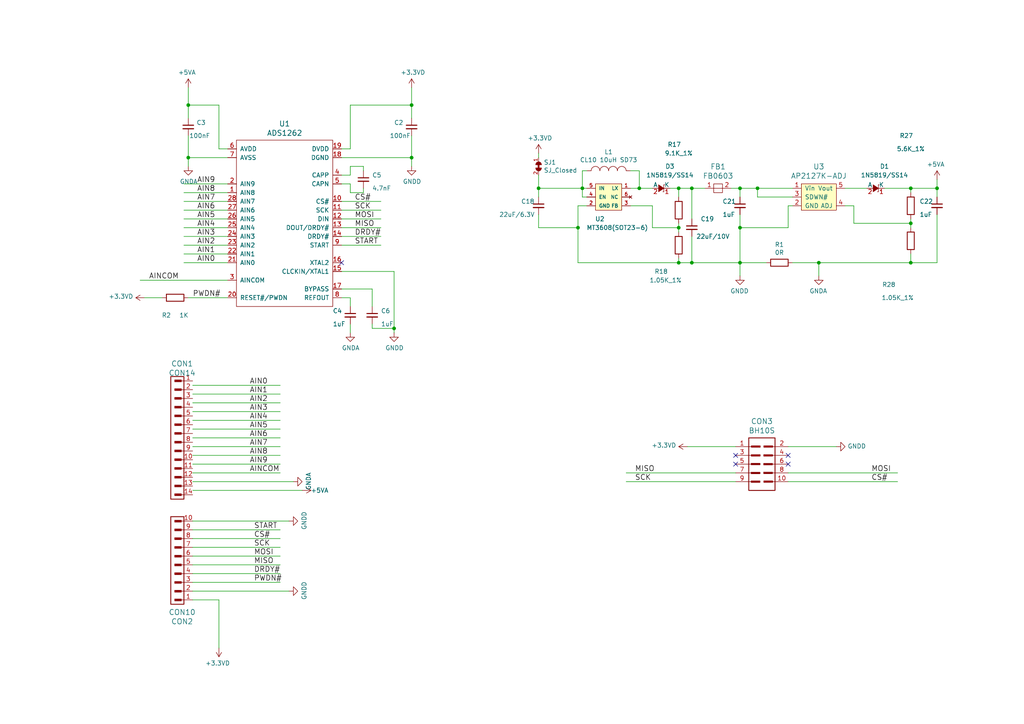
<source format=kicad_sch>
(kicad_sch (version 20230121) (generator eeschema)
  (paper "A4")
  (lib_symbols
    (symbol "BB-ADS1262-Rev.A:+3.3VD" (power) (pin_names (offset 0))
      (property "Value" "+3.3VD" (at 0 3.556 0))
      (symbol "+3.3VD_0_1"
        (polyline (pts (xy -0.762 1.27) (xy 0 2.54)))
        (polyline (pts (xy 0 0) (xy 0 2.54)))
        (polyline (pts (xy 0 2.54) (xy 0.762 1.27)))
      )
      (symbol "+3.3VD_1_1"
        (pin power_in line (at 0 0 90) (length 0) hide (name "+3.3VD") (number "1"))
      )
    )
    (symbol "BB-ADS1262-Rev.A:+5VA" (power) (pin_names (offset 0))
      (property "Value" "+5VA" (at 0 3.556 0))
      (symbol "+5VA_0_1"
        (polyline (pts (xy -0.762 1.27) (xy 0 2.54)))
        (polyline (pts (xy 0 0) (xy 0 2.54)))
        (polyline (pts (xy 0 2.54) (xy 0.762 1.27)))
      )
      (symbol "+5VA_1_1"
        (pin power_in line (at 0 0 90) (length 0) hide (name "+5VA") (number "1"))
      )
    )
    (symbol "BB-ADS1262-Rev.A:ADS1262" (pin_names (offset 1.016))
      (property "Reference" "U" (at -1.27 25.4 0))
      (property "Value" "ADS1262" (at 0 -26.67 0))
      (symbol "ADS1262_0_1"
        (rectangle (start -13.97 24.13) (end 13.97 -24.13))
      )
      (symbol "ADS1262_1_1"
        (pin bidirectional line (at -16.51 8.89 0) (length 2.54) (name "AIN8") (number "1"))
        (pin input line (at 16.51 6.35 180) (length 2.54) (name "CS#") (number "10"))
        (pin input line (at 16.51 3.81 180) (length 2.54) (name "SCK") (number "11"))
        (pin input line (at 16.51 1.27 180) (length 2.54) (name "DIN") (number "12"))
        (pin output line (at 16.51 -1.27 180) (length 2.54) (name "DOUT/DRDY#") (number "13"))
        (pin output line (at 16.51 -3.81 180) (length 2.54) (name "DRDY#") (number "14"))
        (pin input line (at 16.51 -13.97 180) (length 2.54) (name "CLCKIN/XTAL1") (number "15"))
        (pin output line (at 16.51 -11.43 180) (length 2.54) (name "XTAL2") (number "16"))
        (pin bidirectional line (at 16.51 -19.05 180) (length 2.54) (name "BYPASS") (number "17"))
        (pin power_in line (at 16.51 19.05 180) (length 2.54) (name "DGND") (number "18"))
        (pin power_in line (at 16.51 21.59 180) (length 2.54) (name "DVDD") (number "19"))
        (pin bidirectional line (at -16.51 11.43 0) (length 2.54) (name "AIN9") (number "2"))
        (pin input line (at -16.51 -21.59 0) (length 2.54) (name "RESET#/PWDN") (number "20"))
        (pin bidirectional line (at -16.51 -11.43 0) (length 2.54) (name "AIN0") (number "21"))
        (pin bidirectional line (at -16.51 -8.89 0) (length 2.54) (name "AIN1") (number "22"))
        (pin bidirectional line (at -16.51 -6.35 0) (length 2.54) (name "AIN2") (number "23"))
        (pin bidirectional line (at -16.51 -3.81 0) (length 2.54) (name "AIN3") (number "24"))
        (pin bidirectional line (at -16.51 -1.27 0) (length 2.54) (name "AIN4") (number "25"))
        (pin bidirectional line (at -16.51 1.27 0) (length 2.54) (name "AIN5") (number "26"))
        (pin bidirectional line (at -16.51 3.81 0) (length 2.54) (name "AIN6") (number "27"))
        (pin bidirectional line (at -16.51 6.35 0) (length 2.54) (name "AIN7") (number "28"))
        (pin bidirectional line (at -16.51 -16.51 0) (length 2.54) (name "AINCOM") (number "3"))
        (pin bidirectional line (at 16.51 13.97 180) (length 2.54) (name "CAPP") (number "4"))
        (pin bidirectional line (at 16.51 11.43 180) (length 2.54) (name "CAPN") (number "5"))
        (pin power_in line (at -16.51 21.59 0) (length 2.54) (name "AVDD") (number "6"))
        (pin power_in line (at -16.51 19.05 0) (length 2.54) (name "AVSS") (number "7"))
        (pin power_out line (at 16.51 -21.59 180) (length 2.54) (name "REFOUT") (number "8"))
        (pin input line (at 16.51 -6.35 180) (length 2.54) (name "START") (number "9"))
      )
    )
    (symbol "BB-ADS1262-Rev.A:AP2127K-ADJ" (pin_names (offset 1.016))
      (property "Reference" "U" (at -1.27 3.81 0))
      (property "Value" "AP2127K-ADJ" (at 0 -6.35 0))
      (symbol "AP2127K-ADJ_0_1"
        (rectangle (start -5.08 2.54) (end 5.08 -5.08) (fill (type background)))
      )
      (symbol "AP2127K-ADJ_1_1"
        (pin power_in line (at -7.62 1.27 0) (length 2.54) (name "Vin") (number "1"))
        (pin power_in line (at -7.62 -3.81 0) (length 2.54) (name "GND") (number "2"))
        (pin input line (at -7.62 -1.27 0) (length 2.54) (name "SDWN#") (number "3"))
        (pin input line (at 7.62 -3.81 180) (length 2.54) (name "ADJ") (number "4"))
        (pin power_out line (at 7.62 1.27 180) (length 2.54) (name "Vout") (number "5"))
      )
    )
    (symbol "BB-ADS1262-Rev.A:BH10S" (pin_names (offset 1.016) hide)
      (property "Reference" "CON" (at 0.0508 8.9154 0))
      (property "Value" "BH10S" (at 0.3048 -9.4234 0))
      (symbol "BH10S_0_0"
        (rectangle (start -3.1242 -4.8514) (end -0.5588 -5.3086))
        (rectangle (start -3.1242 -2.3368) (end -0.5588 -2.794))
        (rectangle (start -3.0988 0.254) (end -0.5334 -0.2032))
        (rectangle (start -3.0734 2.7686) (end -0.508 2.3114))
        (rectangle (start -3.048 5.334) (end -0.4826 4.8768))
        (polyline (pts (xy -3.0226 -5.0038) (xy -0.5842 -5.0038) (xy -0.5842 -5.2324) (xy -2.9972 -5.2578) (xy -3.0226 -5.08) (xy -0.7112 -5.08) (xy -0.7112 -5.1562) (xy -2.9972 -5.1054)))
        (polyline (pts (xy -3.0226 0.1016) (xy -0.5842 0.1016) (xy -0.5842 -0.127) (xy -2.9972 -0.1524) (xy -3.0226 0.0254) (xy -0.7112 0.0254) (xy -0.7112 -0.0508) (xy -2.9972 0)))
        (polyline (pts (xy -2.9972 -2.4638) (xy -0.5588 -2.4638) (xy -0.5588 -2.6924) (xy -2.9718 -2.7178) (xy -2.9972 -2.54) (xy -0.6858 -2.54) (xy -0.6858 -2.6162) (xy -2.9718 -2.5654)))
        (polyline (pts (xy -2.9718 2.667) (xy -0.5334 2.667) (xy -0.5334 2.4384) (xy -2.9464 2.413) (xy -2.9718 2.5908) (xy -0.6604 2.5908) (xy -0.6604 2.5146) (xy -2.9464 2.5654)))
        (polyline (pts (xy -2.9464 5.2324) (xy -0.508 5.2324) (xy -0.508 5.0038) (xy -2.921 4.9784) (xy -2.9464 5.1562) (xy -0.635 5.1562) (xy -0.635 5.08) (xy -2.921 5.1308)))
        (polyline (pts (xy 0.5588 0.1016) (xy 2.9972 0.1016) (xy 2.9972 -0.127) (xy 0.5842 -0.1524) (xy 0.5588 0.0254) (xy 2.8702 0.0254) (xy 2.8702 -0.0508) (xy 0.5842 0)))
        (polyline (pts (xy 0.5842 -2.4384) (xy 3.0226 -2.4384) (xy 3.0226 -2.667) (xy 0.6096 -2.6924) (xy 0.5842 -2.5146) (xy 2.8956 -2.5146) (xy 2.8956 -2.5908) (xy 0.6096 -2.54)))
        (polyline (pts (xy 0.5842 2.667) (xy 3.0226 2.667) (xy 3.0226 2.4384) (xy 0.6096 2.413) (xy 0.5842 2.5908) (xy 2.8956 2.5908) (xy 2.8956 2.5146) (xy 0.6096 2.5654)))
        (polyline (pts (xy 0.635 -4.953) (xy 3.0734 -4.953) (xy 3.0734 -5.1816) (xy 0.6604 -5.207) (xy 0.635 -5.0292) (xy 2.9464 -5.0292) (xy 2.9464 -5.1054) (xy 0.6604 -5.0546)))
        (polyline (pts (xy 0.6858 5.2324) (xy 3.1242 5.2324) (xy 3.1242 5.0038) (xy 0.7112 4.9784) (xy 0.6858 5.1562) (xy 2.9972 5.1562) (xy 2.9972 5.08) (xy 0.7112 5.1308)))
        (rectangle (start 0.508 -2.3114) (end 3.0734 -2.7686))
        (rectangle (start 0.508 0.2286) (end 3.0734 -0.2286))
        (rectangle (start 0.5334 2.7686) (end 3.0988 2.3114))
        (rectangle (start 0.5588 -4.8514) (end 3.1242 -5.3086))
        (rectangle (start 0.5588 5.334) (end 3.1242 4.8768))
      )
      (symbol "BH10S_0_1"
        (rectangle (start -3.81 7.62) (end 3.81 -7.62) (stroke (width 0.254)))
        (polyline (pts (xy -3.81 -5.08) (xy -3.048 -5.08)))
        (polyline (pts (xy -3.81 -2.54) (xy -3.048 -2.54)))
        (polyline (pts (xy -3.81 0) (xy -3.048 0)))
        (polyline (pts (xy -3.81 2.54) (xy -3.048 2.54)))
        (polyline (pts (xy -3.81 5.08) (xy -3.048 5.08)))
        (polyline (pts (xy 3.81 -5.08) (xy 3.048 -5.08)))
        (polyline (pts (xy 3.81 -2.54) (xy 3.048 -2.54)))
        (polyline (pts (xy 3.81 0) (xy 3.048 0)))
        (polyline (pts (xy 3.81 2.54) (xy 3.048 2.54)))
        (polyline (pts (xy 3.81 5.08) (xy 3.048 5.08)))
      )
      (symbol "BH10S_1_1"
        (pin passive line (at -7.62 5.08 0) (length 3.7084) (name "1") (number "1"))
        (pin passive line (at 7.62 -5.08 180) (length 3.7084) (name "10") (number "10"))
        (pin passive line (at 7.62 5.08 180) (length 3.7084) (name "2") (number "2"))
        (pin passive line (at -7.62 2.54 0) (length 3.7084) (name "3") (number "3"))
        (pin passive line (at 7.62 2.54 180) (length 3.7084) (name "4") (number "4"))
        (pin passive line (at -7.62 0 0) (length 3.7084) (name "5") (number "5"))
        (pin passive line (at 7.62 0 180) (length 3.7084) (name "6") (number "6"))
        (pin passive line (at -7.62 -2.54 0) (length 3.7084) (name "7") (number "7"))
        (pin passive line (at 7.62 -2.54 180) (length 3.7084) (name "8") (number "8"))
        (pin passive line (at -7.62 -5.08 0) (length 3.7084) (name "9") (number "9"))
      )
    )
    (symbol "BB-ADS1262-Rev.A:C" (pin_numbers hide) (pin_names (offset 0.254) hide)
      (property "Reference" "C" (at 0.254 1.778 0))
      (property "Value" "C" (at 0.254 -2.032 0))
      (symbol "C_0_1"
        (polyline (pts (xy -1.524 -0.508) (xy 1.524 -0.508)) (stroke (width 0.3302)))
        (polyline (pts (xy -1.524 0.508) (xy 1.524 0.508)) (stroke (width 0.3048)))
      )
      (symbol "C_1_1"
        (pin passive line (at 0 2.54 270) (length 1.905) (name "~") (number "1"))
        (pin passive line (at 0 -2.54 90) (length 2.032) (name "~") (number "2"))
      )
    )
    (symbol "BB-ADS1262-Rev.A:CON10" (pin_names (offset 1.016))
      (property "Reference" "CON" (at -1.27 12.7 0))
      (property "Value" "CON10" (at -1.27 -15.24 0))
      (symbol "CON10_0_0"
        (rectangle (start -2.6416 -12.8524) (end -0.8636 -12.4968))
        (rectangle (start -2.6416 -7.7724) (end -0.8636 -7.4168))
        (rectangle (start -2.6416 -5.2324) (end -0.8636 -4.8768))
        (rectangle (start -2.6416 -2.6924) (end -0.8636 -2.3368))
        (rectangle (start -2.6416 -0.1524) (end -0.8636 0.2032))
        (rectangle (start -2.6416 2.3876) (end -0.8636 2.7432))
        (rectangle (start -2.6416 4.9276) (end -0.8636 5.2832))
        (rectangle (start -2.6416 7.4676) (end -0.8636 7.8232))
        (rectangle (start -2.6162 -12.7508) (end -0.9652 -12.6492))
        (rectangle (start -2.6162 -10.3124) (end -0.8382 -9.9568))
        (rectangle (start -2.6162 -7.6708) (end -0.9652 -7.5692))
        (rectangle (start -2.6162 -5.1308) (end -0.9652 -5.0292))
        (rectangle (start -2.6162 -2.5908) (end -0.9652 -2.4892))
        (rectangle (start -2.6162 -0.0508) (end -0.9652 0.0508))
        (rectangle (start -2.6162 2.4892) (end -0.9652 2.5908))
        (rectangle (start -2.6162 5.0292) (end -0.9652 5.1308))
        (rectangle (start -2.6162 7.5692) (end -0.9652 7.6708))
        (rectangle (start -2.6162 10.0076) (end -0.8382 10.3632))
        (rectangle (start -2.5908 -10.1854) (end -0.9398 -10.0838))
        (rectangle (start -2.5908 10.1346) (end -0.9398 10.2362))
        (rectangle (start -0.9652 -12.573) (end -2.6416 -12.7762))
        (rectangle (start -0.9652 -7.493) (end -2.6416 -7.6962))
        (rectangle (start -0.9652 -4.953) (end -2.6416 -5.1562))
        (rectangle (start -0.9652 -2.413) (end -2.6416 -2.6162))
        (rectangle (start -0.9652 0.127) (end -2.6416 -0.0762))
        (rectangle (start -0.9652 2.667) (end -2.6416 2.4638))
        (rectangle (start -0.9652 5.207) (end -2.6416 5.0038))
        (rectangle (start -0.9652 7.747) (end -2.6416 7.5438))
        (rectangle (start -0.8636 -10.0584) (end -2.54 -10.2616))
        (rectangle (start -0.8636 10.2616) (end -2.54 10.0584))
        (rectangle (start -0.7366 -12.3952) (end -2.667 -12.954))
        (rectangle (start -0.7366 -9.8552) (end -2.667 -10.414))
        (rectangle (start -0.7366 -7.3152) (end -2.667 -7.874))
        (rectangle (start -0.7366 -4.7752) (end -2.667 -5.334))
        (rectangle (start -0.7366 -2.2352) (end -2.667 -2.794))
        (rectangle (start -0.7366 0.3048) (end -2.667 -0.254))
        (rectangle (start -0.7366 2.8448) (end -2.667 2.286))
        (rectangle (start -0.7366 5.3848) (end -2.667 4.826))
        (rectangle (start -0.7366 7.9248) (end -2.667 7.366))
        (rectangle (start -0.7366 10.4648) (end -2.667 9.906))
        (polyline (pts (xy 0 -12.7) (xy -0.762 -12.7)))
        (polyline (pts (xy 0 -10.16) (xy -0.762 -10.16)))
        (polyline (pts (xy 0 -7.62) (xy -0.762 -7.62)))
        (polyline (pts (xy 0 -5.08) (xy -0.762 -5.08)))
        (polyline (pts (xy 0 -2.54) (xy -0.762 -2.54)))
        (polyline (pts (xy 0 0) (xy -0.762 0)))
        (polyline (pts (xy 0 2.54) (xy -0.762 2.54)))
        (polyline (pts (xy 0 5.08) (xy -0.762 5.08)))
        (polyline (pts (xy 0 7.62) (xy -0.762 7.62)))
        (polyline (pts (xy 0 10.16) (xy -0.762 10.16)))
      )
      (symbol "CON10_0_1"
        (rectangle (start 0 11.43) (end -3.81 -13.97) (stroke (width 0.254)))
      )
      (symbol "CON10_1_1"
        (pin passive line (at 2.54 10.16 180) (length 2.54) (name "~") (number "1"))
        (pin passive line (at 2.54 -12.7 180) (length 2.54) (name "~") (number "10"))
        (pin passive line (at 2.54 7.62 180) (length 2.54) (name "~") (number "2"))
        (pin passive line (at 2.54 5.08 180) (length 2.54) (name "~") (number "3"))
        (pin passive line (at 2.54 2.54 180) (length 2.54) (name "~") (number "4"))
        (pin passive line (at 2.54 0 180) (length 2.54) (name "~") (number "5"))
        (pin passive line (at 2.54 -2.54 180) (length 2.54) (name "~") (number "6"))
        (pin passive line (at 2.54 -5.08 180) (length 2.54) (name "~") (number "7"))
        (pin passive line (at 2.54 -7.62 180) (length 2.54) (name "~") (number "8"))
        (pin passive line (at 2.54 -10.16 180) (length 2.54) (name "~") (number "9"))
      )
    )
    (symbol "BB-ADS1262-Rev.A:CON14" (pin_names (offset 1.016))
      (property "Reference" "CON" (at -1.27 19.05 0))
      (property "Value" "CON14" (at 0 -19.304 0))
      (symbol "CON14_0_0"
        (rectangle (start -2.6416 -16.6624) (end -0.8636 -16.3068))
        (rectangle (start -2.6416 -14.1224) (end -0.8636 -13.7668))
        (rectangle (start -2.6416 -11.5824) (end -0.8636 -11.2268))
        (rectangle (start -2.6416 -9.0424) (end -0.8636 -8.6868))
        (rectangle (start -2.6416 -6.5024) (end -0.8636 -6.1468))
        (rectangle (start -2.6416 -1.4224) (end -0.8636 -1.0668))
        (rectangle (start -2.6416 1.1176) (end -0.8636 1.4732))
        (rectangle (start -2.6416 3.6576) (end -0.8636 4.0132))
        (rectangle (start -2.6416 6.1976) (end -0.8636 6.5532))
        (rectangle (start -2.6416 8.7376) (end -0.8636 9.0932))
        (rectangle (start -2.6416 11.2776) (end -0.8636 11.6332))
        (rectangle (start -2.6416 13.8176) (end -0.8636 14.1732))
        (rectangle (start -2.6162 -16.5608) (end -0.9652 -16.4592))
        (rectangle (start -2.6162 -14.0208) (end -0.9652 -13.9192))
        (rectangle (start -2.6162 -11.4808) (end -0.9652 -11.3792))
        (rectangle (start -2.6162 -8.9408) (end -0.9652 -8.8392))
        (rectangle (start -2.6162 -6.4008) (end -0.9652 -6.2992))
        (rectangle (start -2.6162 -3.9624) (end -0.8382 -3.6068))
        (rectangle (start -2.6162 -1.3208) (end -0.9652 -1.2192))
        (rectangle (start -2.6162 1.2192) (end -0.9652 1.3208))
        (rectangle (start -2.6162 3.7592) (end -0.9652 3.8608))
        (rectangle (start -2.6162 6.2992) (end -0.9652 6.4008))
        (rectangle (start -2.6162 8.8392) (end -0.9652 8.9408))
        (rectangle (start -2.6162 11.3792) (end -0.9652 11.4808))
        (rectangle (start -2.6162 13.9192) (end -0.9652 14.0208))
        (rectangle (start -2.6162 16.3576) (end -0.8382 16.7132))
        (rectangle (start -2.5908 -3.8354) (end -0.9398 -3.7338))
        (rectangle (start -2.5908 16.4846) (end -0.9398 16.5862))
        (rectangle (start -0.9652 -16.383) (end -2.6416 -16.5862))
        (rectangle (start -0.9652 -13.843) (end -2.6416 -14.0462))
        (rectangle (start -0.9652 -11.303) (end -2.6416 -11.5062))
        (rectangle (start -0.9652 -8.763) (end -2.6416 -8.9662))
        (rectangle (start -0.9652 -6.223) (end -2.6416 -6.4262))
        (rectangle (start -0.9652 -1.143) (end -2.6416 -1.3462))
        (rectangle (start -0.9652 1.397) (end -2.6416 1.1938))
        (rectangle (start -0.9652 3.937) (end -2.6416 3.7338))
        (rectangle (start -0.9652 6.477) (end -2.6416 6.2738))
        (rectangle (start -0.9652 9.017) (end -2.6416 8.8138))
        (rectangle (start -0.9652 11.557) (end -2.6416 11.3538))
        (rectangle (start -0.9652 14.097) (end -2.6416 13.8938))
        (rectangle (start -0.8636 -3.7084) (end -2.54 -3.9116))
        (rectangle (start -0.8636 16.6116) (end -2.54 16.4084))
        (rectangle (start -0.7366 -16.2052) (end -2.667 -16.764))
        (rectangle (start -0.7366 -13.6652) (end -2.667 -14.224))
        (rectangle (start -0.7366 -11.1252) (end -2.667 -11.684))
        (rectangle (start -0.7366 -8.5852) (end -2.667 -9.144))
        (rectangle (start -0.7366 -6.0452) (end -2.667 -6.604))
        (rectangle (start -0.7366 -3.5052) (end -2.667 -4.064))
        (rectangle (start -0.7366 -0.9652) (end -2.667 -1.524))
        (rectangle (start -0.7366 1.5748) (end -2.667 1.016))
        (rectangle (start -0.7366 4.1148) (end -2.667 3.556))
        (rectangle (start -0.7366 6.6548) (end -2.667 6.096))
        (rectangle (start -0.7366 9.1948) (end -2.667 8.636))
        (rectangle (start -0.7366 11.7348) (end -2.667 11.176))
        (rectangle (start -0.7366 14.2748) (end -2.667 13.716))
        (rectangle (start -0.7366 16.8148) (end -2.667 16.256))
        (polyline (pts (xy 0 -16.51) (xy -0.762 -16.51)))
        (polyline (pts (xy 0 -13.97) (xy -0.762 -13.97)))
        (polyline (pts (xy 0 -11.43) (xy -0.762 -11.43)))
        (polyline (pts (xy 0 -8.89) (xy -0.762 -8.89)))
        (polyline (pts (xy 0 -6.35) (xy -0.762 -6.35)))
        (polyline (pts (xy 0 -3.81) (xy -0.762 -3.81)))
        (polyline (pts (xy 0 -1.27) (xy -0.762 -1.27)))
        (polyline (pts (xy 0 1.27) (xy -0.762 1.27)))
        (polyline (pts (xy 0 3.81) (xy -0.762 3.81)))
        (polyline (pts (xy 0 6.35) (xy -0.762 6.35)))
        (polyline (pts (xy 0 8.89) (xy -0.762 8.89)))
        (polyline (pts (xy 0 11.43) (xy -0.762 11.43)))
        (polyline (pts (xy 0 13.97) (xy -0.762 13.97)))
        (polyline (pts (xy 0 16.51) (xy -0.762 16.51)))
      )
      (symbol "CON14_0_1"
        (rectangle (start 0 17.78) (end -3.81 -17.78) (stroke (width 0.254)))
      )
      (symbol "CON14_1_1"
        (pin passive line (at 2.54 16.51 180) (length 2.54) (name "~") (number "1"))
        (pin passive line (at 2.54 -6.35 180) (length 2.54) (name "~") (number "10"))
        (pin passive line (at 2.54 -8.89 180) (length 2.54) (name "~") (number "11"))
        (pin passive line (at 2.54 -11.43 180) (length 2.54) (name "~") (number "12"))
        (pin passive line (at 2.54 -13.97 180) (length 2.54) (name "~") (number "13"))
        (pin passive line (at 2.54 -16.51 180) (length 2.54) (name "~") (number "14"))
        (pin passive line (at 2.54 13.97 180) (length 2.54) (name "~") (number "2"))
        (pin passive line (at 2.54 11.43 180) (length 2.54) (name "~") (number "3"))
        (pin passive line (at 2.54 8.89 180) (length 2.54) (name "~") (number "4"))
        (pin passive line (at 2.54 6.35 180) (length 2.54) (name "~") (number "5"))
        (pin passive line (at 2.54 3.81 180) (length 2.54) (name "~") (number "6"))
        (pin passive line (at 2.54 1.27 180) (length 2.54) (name "~") (number "7"))
        (pin passive line (at 2.54 -1.27 180) (length 2.54) (name "~") (number "8"))
        (pin passive line (at 2.54 -3.81 180) (length 2.54) (name "~") (number "9"))
      )
    )
    (symbol "BB-ADS1262-Rev.A:D_Schottky_Small" (pin_names (offset 0))
      (property "Reference" "D" (at -1.27 3.175 0))
      (property "Value" "D_Schottky_Small" (at -7.62 -3.175 0))
      (symbol "D_Schottky_Small_0_1"
        (polyline (pts (xy -0.762 -1.016) (xy -1.016 -1.016)))
        (polyline (pts (xy -0.762 -1.016) (xy -0.762 1.016)))
        (polyline (pts (xy -0.762 1.016) (xy -0.762 1.016)))
        (polyline (pts (xy -0.762 1.016) (xy -0.508 1.016)))
        (polyline (pts (xy 0.762 -1.016) (xy -0.762 0) (xy 0.762 1.016) (xy 0.762 -1.016)) (fill (type outline)))
      )
      (symbol "D_Schottky_Small_1_1"
        (pin passive line (at -2.54 0 0) (length 1.778) (name "K") (number "1"))
        (pin passive line (at 2.54 0 180) (length 1.778) (name "A") (number "2"))
      )
    )
    (symbol "BB-ADS1262-Rev.A:FB0805" (pin_names (offset 1.016))
      (property "Reference" "FB" (at 0 2.54 0))
      (property "Value" "FB0805" (at 0 -2.54 0))
      (symbol "FB0805_0_1"
        (rectangle (start -1.27 1.27) (end 1.27 -1.27))
        (polyline (pts (xy -1.27 0) (xy 1.27 0)))
      )
      (symbol "FB0805_1_1"
        (pin power_in line (at -3.81 0 0) (length 2.54) (name "~") (number "1"))
        (pin power_out line (at 3.81 0 180) (length 2.54) (name "~") (number "2"))
      )
    )
    (symbol "BB-ADS1262-Rev.A:GNDA" (power) (pin_names (offset 0))
      (property "Value" "GNDA" (at 0 -3.81 0))
      (symbol "GNDA_0_1"
        (polyline (pts (xy 0 0) (xy 0 -1.27) (xy 1.27 -1.27) (xy 0 -2.54) (xy -1.27 -1.27) (xy 0 -1.27)))
      )
      (symbol "GNDA_1_1"
        (pin power_in line (at 0 0 270) (length 0) hide (name "GNDA") (number "1"))
      )
    )
    (symbol "BB-ADS1262-Rev.A:GNDD" (power) (pin_names (offset 0))
      (property "Value" "GNDD" (at 0 -3.81 0))
      (symbol "GNDD_0_1"
        (polyline (pts (xy 0 0) (xy 0 -1.27) (xy 1.27 -1.27) (xy 0 -2.54) (xy -1.27 -1.27) (xy 0 -1.27)))
      )
      (symbol "GNDD_1_1"
        (pin power_in line (at 0 0 270) (length 0) hide (name "GNDD") (number "1"))
      )
    )
    (symbol "BB-ADS1262-Rev.A:INDUCTOR_SMALL" (pin_numbers hide) (pin_names (offset 0) hide)
      (property "Reference" "L" (at 0 2.54 0))
      (property "Value" "INDUCTOR_SMALL" (at 0 -1.27 0))
      (symbol "INDUCTOR_SMALL_0_1"
        (arc (start -2.54 0) (mid -3.81 1.2645) (end -5.08 0))
        (arc (start 0 0) (mid -1.27 1.2645) (end -2.54 0))
        (arc (start 2.54 0) (mid 1.27 1.2645) (end 0 0))
        (arc (start 5.08 0) (mid 3.81 1.2645) (end 2.54 0))
      )
      (symbol "INDUCTOR_SMALL_1_1"
        (pin input line (at -6.35 0 0) (length 1.27) (name "1") (number "1"))
        (pin input line (at 6.35 0 180) (length 1.27) (name "2") (number "2"))
      )
    )
    (symbol "BB-ADS1262-Rev.A:MT3608(SOT23-6)" (pin_names (offset 1.016))
      (property "Reference" "U" (at -1.905 4.445 0))
      (property "Value" "MT3608(SOT23-6)" (at -6.985 -5.715 0))
      (symbol "MT3608(SOT23-6)_1_0"
        (rectangle (start -2.54 3.81) (end 5.08 -3.81) (fill (type background)))
      )
      (symbol "MT3608(SOT23-6)_1_1"
        (pin output line (at 7.62 2.54 180) (length 2.4892) (name "LX") (number "1"))
        (pin power_in line (at -5.08 -2.54 0) (length 2.4892) (name "GND") (number "2"))
        (pin input line (at 7.62 -2.54 180) (length 2.4892) (name "FB") (number "3"))
        (pin input line (at -5.08 0 0) (length 2.4892) (name "EN") (number "4"))
        (pin input line (at -5.08 2.54 0) (length 2.4892) (name "IN") (number "5"))
        (pin no_connect line (at 7.62 0 180) (length 2.4892) (name "NC") (number "6"))
      )
    )
    (symbol "BB-ADS1262-Rev.A:R" (pin_numbers hide) (pin_names (offset 0))
      (property "Reference" "R" (at 0 2.032 0))
      (property "Value" "R" (at 0 0 0))
      (symbol "R_0_1"
        (rectangle (start 2.54 -1.016) (end -2.54 1.016) (stroke (width 0.254)))
      )
      (symbol "R_1_1"
        (pin passive line (at -3.81 0 0) (length 1.27) (name "~") (number "1"))
        (pin passive line (at 3.81 0 180) (length 1.27) (name "~") (number "2"))
      )
    )
    (symbol "BB-ADS1262-Rev.A:SJ_Closed" (pin_names (offset 1.016) hide)
      (property "Reference" "SJ" (at -1.27 1.905 0))
      (property "Value" "SJ_Closed" (at -5.08 -2.54 0))
      (symbol "SJ_Closed_0_1"
        (arc (start -0.508 0.762) (mid -1.2667 0) (end -0.508 -0.762) (stroke (width 0.254)))
        (polyline (pts (xy -1.143 0.381) (xy -1.143 -0.254)) (stroke (width 0.254)))
        (polyline (pts (xy -1.016 0.508) (xy -1.016 -0.508)) (stroke (width 0.254)))
        (polyline (pts (xy -0.889 0.508) (xy -0.889 -0.508)) (stroke (width 0.254)))
        (polyline (pts (xy -0.762 0.635) (xy -0.762 -0.635)) (stroke (width 0.254)))
        (polyline (pts (xy -0.635 0) (xy 0.635 0)) (stroke (width 0.508)))
        (polyline (pts (xy -0.635 0.762) (xy -0.635 -0.635)) (stroke (width 0.254)))
        (polyline (pts (xy -0.508 0.762) (xy -0.508 -0.762)) (stroke (width 0.254)))
        (polyline (pts (xy 0.508 0.762) (xy 0.508 -0.762)) (stroke (width 0.254)))
        (polyline (pts (xy 0.635 0.762) (xy 0.635 -0.635)) (stroke (width 0.254)))
        (polyline (pts (xy 0.762 0.635) (xy 0.762 -0.635)) (stroke (width 0.254)))
        (polyline (pts (xy 0.889 0.508) (xy 0.889 -0.508)) (stroke (width 0.254)))
        (polyline (pts (xy 1.016 0.508) (xy 1.016 -0.381)) (stroke (width 0.254)))
        (polyline (pts (xy 1.143 0.381) (xy 1.143 -0.381)) (stroke (width 0.254)))
        (arc (start 0.508 -0.762) (mid 1.0468 -0.5388) (end 1.27 0) (stroke (width 0.254)))
        (arc (start 1.27 0) (mid 1.0468 0.5388) (end 0.508 0.762) (stroke (width 0.254)))
      )
      (symbol "SJ_Closed_1_1"
        (pin passive line (at -2.54 0 0) (length 1.27) (name "1") (number "1"))
        (pin passive line (at 2.54 0 180) (length 1.27) (name "2") (number "2"))
      )
    )
  )
  (junction (at 264.16 76.2))
  (junction (at 119.38 30.48))
  (junction (at 200.66 54.61))
  (junction (at 214.63 54.61))
  (junction (at 196.85 54.61))
  (junction (at 237.49 76.2))
  (junction (at 167.64 66.04))
  (junction (at 54.61 30.48))
  (junction (at 214.63 76.2))
  (junction (at 264.16 64.77))
  (junction (at 214.63 66.04))
  (junction (at 168.91 54.61))
  (junction (at 196.85 66.04))
  (junction (at 271.78 54.61))
  (junction (at 196.85 76.2))
  (junction (at 219.71 54.61))
  (junction (at 119.38 45.72))
  (junction (at 200.66 76.2))
  (junction (at 264.16 54.61))
  (junction (at 54.61 45.72))
  (junction (at 185.42 54.61))
  (junction (at 114.3 95.25))
  (junction (at 156.21 54.61))
  (no_connect (at 228.6 134.62))
  (no_connect (at 213.36 134.62))
  (no_connect (at 228.6 132.08))
  (no_connect (at 213.36 132.08))
  (no_connect (at 99.06 76.2))
  (wire (pts (xy 189.23 59.69) (xy 182.88 59.69)))
  (wire (pts (xy 55.88 134.62) (xy 81.28 134.62)))
  (wire (pts (xy 99.06 66.04) (xy 110.49 66.04)))
  (wire (pts (xy 156.21 45.72) (xy 156.21 44.45)))
  (wire (pts (xy 40.64 81.28) (xy 66.04 81.28)))
  (wire (pts (xy 54.61 86.36) (xy 66.04 86.36)))
  (wire (pts (xy 55.88 163.83) (xy 81.28 163.83)))
  (wire (pts (xy 264.16 76.2) (xy 271.78 76.2)))
  (wire (pts (xy 156.21 50.8) (xy 156.21 54.61)))
  (wire (pts (xy 214.63 76.2) (xy 214.63 80.01)))
  (wire (pts (xy 99.06 83.82) (xy 107.95 83.82)))
  (wire (pts (xy 55.88 124.46) (xy 81.28 124.46)))
  (wire (pts (xy 214.63 54.61) (xy 214.63 57.15)))
  (wire (pts (xy 99.06 68.58) (xy 110.49 68.58)))
  (wire (pts (xy 55.88 116.84) (xy 81.28 116.84)))
  (wire (pts (xy 237.49 76.2) (xy 264.16 76.2)))
  (wire (pts (xy 107.95 83.82) (xy 107.95 88.9)))
  (wire (pts (xy 200.66 54.61) (xy 200.66 63.5)))
  (wire (pts (xy 237.49 76.2) (xy 237.49 80.01)))
  (wire (pts (xy 228.6 129.54) (xy 242.57 129.54)))
  (wire (pts (xy 63.5 30.48) (xy 54.61 30.48)))
  (wire (pts (xy 55.88 137.16) (xy 81.28 137.16)))
  (wire (pts (xy 55.88 142.24) (xy 87.63 142.24)))
  (wire (pts (xy 119.38 45.72) (xy 119.38 48.26)))
  (wire (pts (xy 55.88 153.67) (xy 81.28 153.67)))
  (wire (pts (xy 271.78 54.61) (xy 271.78 57.15)))
  (wire (pts (xy 168.91 57.15) (xy 170.18 57.15)))
  (wire (pts (xy 99.06 63.5) (xy 110.49 63.5)))
  (wire (pts (xy 55.88 158.75) (xy 81.28 158.75)))
  (wire (pts (xy 245.11 59.69) (xy 247.65 59.69)))
  (wire (pts (xy 99.06 71.12) (xy 110.49 71.12)))
  (wire (pts (xy 101.6 93.98) (xy 101.6 96.52)))
  (wire (pts (xy 53.34 68.58) (xy 66.04 68.58)))
  (wire (pts (xy 53.34 53.34) (xy 66.04 53.34)))
  (wire (pts (xy 214.63 62.23) (xy 214.63 66.04)))
  (wire (pts (xy 101.6 48.26) (xy 101.6 50.8)))
  (wire (pts (xy 55.88 129.54) (xy 81.28 129.54)))
  (wire (pts (xy 54.61 30.48) (xy 54.61 34.29)))
  (wire (pts (xy 55.88 168.91) (xy 81.28 168.91)))
  (wire (pts (xy 55.88 121.92) (xy 81.28 121.92)))
  (wire (pts (xy 101.6 48.26) (xy 105.41 48.26)))
  (wire (pts (xy 53.34 63.5) (xy 66.04 63.5)))
  (wire (pts (xy 156.21 54.61) (xy 168.91 54.61)))
  (wire (pts (xy 168.91 49.53) (xy 168.91 54.61)))
  (wire (pts (xy 200.66 76.2) (xy 214.63 76.2)))
  (wire (pts (xy 105.41 54.61) (xy 105.41 55.88)))
  (wire (pts (xy 214.63 76.2) (xy 222.25 76.2)))
  (wire (pts (xy 55.88 161.29) (xy 81.28 161.29)))
  (wire (pts (xy 228.6 137.16) (xy 260.35 137.16)))
  (wire (pts (xy 170.18 59.69) (xy 167.64 59.69)))
  (wire (pts (xy 214.63 66.04) (xy 214.63 76.2)))
  (wire (pts (xy 54.61 45.72) (xy 54.61 48.26)))
  (wire (pts (xy 101.6 86.36) (xy 101.6 88.9)))
  (wire (pts (xy 55.88 111.76) (xy 81.28 111.76)))
  (wire (pts (xy 185.42 49.53) (xy 185.42 54.61)))
  (wire (pts (xy 212.09 54.61) (xy 214.63 54.61)))
  (wire (pts (xy 99.06 78.74) (xy 114.3 78.74)))
  (wire (pts (xy 196.85 76.2) (xy 200.66 76.2)))
  (wire (pts (xy 189.23 66.04) (xy 189.23 59.69)))
  (wire (pts (xy 101.6 30.48) (xy 119.38 30.48)))
  (wire (pts (xy 251.46 54.61) (xy 245.11 54.61)))
  (wire (pts (xy 99.06 60.96) (xy 110.49 60.96)))
  (wire (pts (xy 54.61 25.4) (xy 54.61 30.48)))
  (wire (pts (xy 247.65 59.69) (xy 247.65 64.77)))
  (wire (pts (xy 264.16 54.61) (xy 271.78 54.61)))
  (wire (pts (xy 196.85 66.04) (xy 189.23 66.04)))
  (wire (pts (xy 107.95 95.25) (xy 114.3 95.25)))
  (wire (pts (xy 168.91 54.61) (xy 170.18 54.61)))
  (wire (pts (xy 271.78 62.23) (xy 271.78 76.2)))
  (wire (pts (xy 54.61 39.37) (xy 54.61 45.72)))
  (wire (pts (xy 101.6 53.34) (xy 99.06 53.34)))
  (wire (pts (xy 99.06 43.18) (xy 101.6 43.18)))
  (wire (pts (xy 247.65 64.77) (xy 264.16 64.77)))
  (wire (pts (xy 99.06 50.8) (xy 101.6 50.8)))
  (wire (pts (xy 228.6 59.69) (xy 228.6 66.04)))
  (wire (pts (xy 105.41 55.88) (xy 101.6 55.88)))
  (wire (pts (xy 156.21 54.61) (xy 156.21 57.15)))
  (wire (pts (xy 156.21 66.04) (xy 167.64 66.04)))
  (wire (pts (xy 214.63 54.61) (xy 219.71 54.61)))
  (wire (pts (xy 53.34 55.88) (xy 66.04 55.88)))
  (wire (pts (xy 199.39 129.54) (xy 213.36 129.54)))
  (wire (pts (xy 181.61 139.7) (xy 213.36 139.7)))
  (wire (pts (xy 53.34 71.12) (xy 66.04 71.12)))
  (wire (pts (xy 271.78 52.07) (xy 271.78 54.61)))
  (wire (pts (xy 219.71 54.61) (xy 229.87 54.61)))
  (wire (pts (xy 196.85 66.04) (xy 196.85 67.31)))
  (wire (pts (xy 54.61 45.72) (xy 66.04 45.72)))
  (wire (pts (xy 119.38 25.4) (xy 119.38 30.48)))
  (wire (pts (xy 55.88 119.38) (xy 81.28 119.38)))
  (wire (pts (xy 264.16 55.88) (xy 264.16 54.61)))
  (wire (pts (xy 55.88 151.13) (xy 83.82 151.13)))
  (wire (pts (xy 55.88 171.45) (xy 83.82 171.45)))
  (wire (pts (xy 63.5 173.99) (xy 63.5 187.96)))
  (wire (pts (xy 55.88 114.3) (xy 81.28 114.3)))
  (wire (pts (xy 167.64 66.04) (xy 167.64 76.2)))
  (wire (pts (xy 114.3 78.74) (xy 114.3 95.25)))
  (wire (pts (xy 200.66 68.58) (xy 200.66 76.2)))
  (wire (pts (xy 53.34 58.42) (xy 66.04 58.42)))
  (wire (pts (xy 264.16 64.77) (xy 264.16 66.04)))
  (wire (pts (xy 181.61 137.16) (xy 213.36 137.16)))
  (wire (pts (xy 196.85 54.61) (xy 200.66 54.61)))
  (wire (pts (xy 219.71 57.15) (xy 229.87 57.15)))
  (wire (pts (xy 101.6 55.88) (xy 101.6 53.34)))
  (wire (pts (xy 182.88 54.61) (xy 185.42 54.61)))
  (wire (pts (xy 264.16 63.5) (xy 264.16 64.77)))
  (wire (pts (xy 119.38 30.48) (xy 119.38 34.29)))
  (wire (pts (xy 107.95 95.25) (xy 107.95 93.98)))
  (wire (pts (xy 167.64 76.2) (xy 196.85 76.2)))
  (wire (pts (xy 196.85 57.15) (xy 196.85 54.61)))
  (wire (pts (xy 53.34 76.2) (xy 66.04 76.2)))
  (wire (pts (xy 229.87 76.2) (xy 237.49 76.2)))
  (wire (pts (xy 156.21 62.23) (xy 156.21 66.04)))
  (wire (pts (xy 53.34 60.96) (xy 66.04 60.96)))
  (wire (pts (xy 168.91 54.61) (xy 168.91 57.15)))
  (wire (pts (xy 53.34 73.66) (xy 66.04 73.66)))
  (wire (pts (xy 55.88 166.37) (xy 81.28 166.37)))
  (wire (pts (xy 41.91 86.36) (xy 46.99 86.36)))
  (wire (pts (xy 101.6 43.18) (xy 101.6 30.48)))
  (wire (pts (xy 55.88 156.21) (xy 81.28 156.21)))
  (wire (pts (xy 55.88 139.7) (xy 85.09 139.7)))
  (wire (pts (xy 219.71 57.15) (xy 219.71 54.61)))
  (wire (pts (xy 256.54 54.61) (xy 264.16 54.61)))
  (wire (pts (xy 194.31 54.61) (xy 196.85 54.61)))
  (wire (pts (xy 53.34 66.04) (xy 66.04 66.04)))
  (wire (pts (xy 99.06 45.72) (xy 119.38 45.72)))
  (wire (pts (xy 55.88 173.99) (xy 63.5 173.99)))
  (wire (pts (xy 119.38 39.37) (xy 119.38 45.72)))
  (wire (pts (xy 185.42 54.61) (xy 189.23 54.61)))
  (wire (pts (xy 200.66 54.61) (xy 204.47 54.61)))
  (wire (pts (xy 228.6 139.7) (xy 260.35 139.7)))
  (wire (pts (xy 229.87 59.69) (xy 228.6 59.69)))
  (wire (pts (xy 66.04 43.18) (xy 63.5 43.18)))
  (wire (pts (xy 228.6 66.04) (xy 214.63 66.04)))
  (wire (pts (xy 114.3 95.25) (xy 114.3 96.52)))
  (wire (pts (xy 196.85 76.2) (xy 196.85 74.93)))
  (wire (pts (xy 99.06 86.36) (xy 101.6 86.36)))
  (wire (pts (xy 63.5 43.18) (xy 63.5 30.48)))
  (wire (pts (xy 55.88 132.08) (xy 81.28 132.08)))
  (wire (pts (xy 196.85 64.77) (xy 196.85 66.04)))
  (wire (pts (xy 99.06 58.42) (xy 110.49 58.42)))
  (wire (pts (xy 264.16 73.66) (xy 264.16 76.2)))
  (wire (pts (xy 105.41 48.26) (xy 105.41 49.53)))
  (wire (pts (xy 55.88 127) (xy 81.28 127)))
  (wire (pts (xy 182.88 49.53) (xy 185.42 49.53)))
  (wire (pts (xy 167.64 59.69) (xy 167.64 66.04)))
  (wire (pts (xy 170.18 49.53) (xy 168.91 49.53)))
  (label "AIN8" (at 72.39 132.08 0) (effects (font (size 1.524 1.524))))
  (label "SCK" (at 184.15 139.7 0) (effects (font (size 1.524 1.524))))
  (label "PWDN#" (at 73.66 168.91 0) (effects (font (size 1.524 1.524))))
  (label "AIN5" (at 72.39 124.46 0) (effects (font (size 1.524 1.524))))
  (label "START" (at 73.66 153.67 0) (effects (font (size 1.524 1.524))))
  (label "DRDY#" (at 73.66 166.37 0) (effects (font (size 1.524 1.524))))
  (label "AIN3" (at 72.39 119.38 0) (effects (font (size 1.524 1.524))))
  (label "AIN2" (at 57.15 71.12 0) (effects (font (size 1.524 1.524))))
  (label "MOSI" (at 73.66 161.29 0) (effects (font (size 1.524 1.524))))
  (label "AIN6" (at 72.39 127 0) (effects (font (size 1.524 1.524))))
  (label "PWDN#" (at 55.88 86.36 0) (effects (font (size 1.524 1.524))))
  (label "AIN5" (at 57.15 63.5 0) (effects (font (size 1.524 1.524))))
  (label "AIN7" (at 57.15 58.42 0) (effects (font (size 1.524 1.524))))
  (label "START" (at 102.87 71.12 0) (effects (font (size 1.524 1.524))))
  (label "CS#" (at 252.73 139.7 0) (effects (font (size 1.524 1.524))))
  (label "AIN0" (at 72.39 111.76 0) (effects (font (size 1.524 1.524))))
  (label "MISO" (at 73.66 163.83 0) (effects (font (size 1.524 1.524))))
  (label "AIN0" (at 57.15 76.2 0) (effects (font (size 1.524 1.524))))
  (label "SCK" (at 102.87 60.96 0) (effects (font (size 1.524 1.524))))
  (label "AINCOM" (at 72.39 137.16 0) (effects (font (size 1.524 1.524))))
  (label "AIN1" (at 72.39 114.3 0) (effects (font (size 1.524 1.524))))
  (label "AIN9" (at 72.39 134.62 0) (effects (font (size 1.524 1.524))))
  (label "MISO" (at 184.15 137.16 0) (effects (font (size 1.524 1.524))))
  (label "AIN7" (at 72.39 129.54 0) (effects (font (size 1.524 1.524))))
  (label "AIN4" (at 72.39 121.92 0) (effects (font (size 1.524 1.524))))
  (label "SCK" (at 73.66 158.75 0) (effects (font (size 1.524 1.524))))
  (label "MOSI" (at 252.73 137.16 0) (effects (font (size 1.524 1.524))))
  (label "AIN6" (at 57.15 60.96 0) (effects (font (size 1.524 1.524))))
  (label "CS#" (at 73.66 156.21 0) (effects (font (size 1.524 1.524))))
  (label "CS#" (at 102.87 58.42 0) (effects (font (size 1.524 1.524))))
  (label "AIN8" (at 57.15 55.88 0) (effects (font (size 1.524 1.524))))
  (label "MOSI" (at 102.87 63.5 0) (effects (font (size 1.524 1.524))))
  (label "AIN1" (at 57.15 73.66 0) (effects (font (size 1.524 1.524))))
  (label "AIN2" (at 72.39 116.84 0) (effects (font (size 1.524 1.524))))
  (label "AIN9" (at 57.15 53.34 0) (effects (font (size 1.524 1.524))))
  (label "AIN3" (at 57.15 68.58 0) (effects (font (size 1.524 1.524))))
  (label "AIN4" (at 57.15 66.04 0) (effects (font (size 1.524 1.524))))
  (label "AINCOM" (at 43.18 81.28 0) (effects (font (size 1.524 1.524))))
  (label "DRDY#" (at 102.87 68.58 0) (effects (font (size 1.524 1.524))))
  (label "MISO" (at 102.87 66.04 0) (effects (font (size 1.524 1.524))))
  (symbol (lib_id "BB-ADS1262-Rev.A:GNDD") (at 83.82 151.13 90) (unit 1)
    (property "Reference" "#PWR03" (effects hide))
    (property "Value" "GNDD" (at 88.2142 151.003 0))
  )
  (symbol (lib_id "BB-ADS1262-Rev.A:+3.3VD") (at 63.5 187.96 180) (unit 1)
    (property "Reference" "#PWR02" (effects hide))
    (property "Value" "+3.3VD" (at 63.119 192.3542 0))
  )
  (symbol (lib_id "BB-ADS1262-Rev.A:GNDA") (at 85.09 139.7 90) (unit 1)
    (property "Reference" "#PWR01" (effects hide))
    (property "Value" "GNDA" (at 89.4842 139.573 0))
  )
  (symbol (lib_id "BB-ADS1262-Rev.A:R") (at 226.06 76.2 0) (mirror y) (unit 1)
    (property "Reference" "R1" (at 226.06 70.9422 0))
    (property "Value" "0R" (at 226.06 73.2536 0))
    (property "Footprint" "OLIMEX_RLC-FP:R_0603_5MIL_0R(Board_Mounted)" (effects hide))
  )
  (symbol (lib_id "BB-ADS1262-Rev.A:GNDA") (at 237.49 80.01 0) (mirror y) (unit 1)
    (property "Reference" "#PWR025" (effects hide))
    (property "Value" "GNDA" (at 237.363 84.4042 0))
  )
  (symbol (lib_id "BB-ADS1262-Rev.A:GNDD") (at 214.63 80.01 0) (mirror y) (unit 1)
    (property "Reference" "#PWR024" (effects hide))
    (property "Value" "GNDD" (at 214.503 84.4042 0))
  )
  (symbol (lib_id "BB-ADS1262-Rev.A:ADS1262") (at 82.55 64.77 0) (unit 1)
    (property "Reference" "U1" (at 82.55 35.8902 0) (effects (font (size 1.524 1.524))))
    (property "Value" "ADS1262" (at 82.55 38.5826 0) (effects (font (size 1.524 1.524))))
    (property "Footprint" "OLIMEX_IC-FP:TSSOP28-PW" (effects hide))
  )
  (symbol (lib_id "BB-ADS1262-Rev.A:GNDA") (at 101.6 96.52 0) (unit 1)
    (property "Reference" "#PWR012" (effects hide))
    (property "Value" "GNDA" (at 101.727 100.9142 0))
  )
  (symbol (lib_id "BB-ADS1262-Rev.A:C") (at 101.6 91.44 0) (unit 1)
    (property "Reference" "C4" (at 96.52 90.17 0) (effects (justify left)))
    (property "Value" "1uF" (at 96.52 93.98 0) (effects (justify left)))
    (property "Footprint" "OLIMEX_RLC-FP:C_0603_5MIL_DWS" (effects hide))
  )
  (symbol (lib_id "BB-ADS1262-Rev.A:C") (at 107.95 91.44 0) (unit 1)
    (property "Reference" "C6" (at 110.49 90.17 0) (effects (justify left)))
    (property "Value" "1uF" (at 110.49 93.98 0) (effects (justify left)))
    (property "Footprint" "OLIMEX_RLC-FP:C_0603_5MIL_DWS" (effects hide))
  )
  (symbol (lib_id "BB-ADS1262-Rev.A:C") (at 156.21 59.69 0) (unit 1)
    (property "Reference" "C18" (at 151.13 58.42 0) (effects (justify left)))
    (property "Value" "22uF/6.3V" (at 144.78 62.23 0) (effects (justify left)))
    (property "Footprint" "OLIMEX_RLC-FP:C_0603_5MIL_DWS" (effects hide))
  )
  (symbol (lib_id "BB-ADS1262-Rev.A:R") (at 50.8 86.36 0) (unit 1)
    (property "Reference" "R2" (at 48.26 91.44 0))
    (property "Value" "1K" (at 53.34 91.44 0))
    (property "Footprint" "OLIMEX_RLC-FP:R_0603_5MIL_DWS" (effects hide))
  )
  (symbol (lib_id "BB-ADS1262-Rev.A:+3.3VD") (at 41.91 86.36 90) (unit 1)
    (property "Reference" "#PWR05" (effects hide))
    (property "Value" "+3.3VD" (at 38.6588 85.979 90) (effects (justify left)))
  )
  (symbol (lib_id "BB-ADS1262-Rev.A:C") (at 105.41 52.07 0) (unit 1)
    (property "Reference" "C5" (at 107.95 50.8 0) (effects (justify left)))
    (property "Value" "4.7nF" (at 107.95 54.61 0) (effects (justify left)))
    (property "Footprint" "OLIMEX_RLC-FP:C_0603_5MIL_DWS" (effects hide))
  )
  (symbol (lib_id "BB-ADS1262-Rev.A:MT3608(SOT23-6)") (at 175.26 57.15 0) (unit 1)
    (property "Reference" "U2" (at 173.99 63.5 0))
    (property "Value" "MT3608(SOT23-6)" (at 179.07 66.04 0))
    (property "Footprint" "OLIMEX_Regulators-FP:SOT23-6" (effects hide))
  )
  (symbol (lib_id "BB-ADS1262-Rev.A:C") (at 119.38 36.83 0) (unit 1)
    (property "Reference" "C2" (at 114.3 35.56 0) (effects (justify left)))
    (property "Value" "100nF" (at 113.03 39.37 0) (effects (justify left)))
    (property "Footprint" "OLIMEX_RLC-FP:C_0603_5MIL_DWS" (effects hide))
  )
  (symbol (lib_id "BB-ADS1262-Rev.A:GNDD") (at 119.38 48.26 0) (unit 1)
    (property "Reference" "#PWR015" (effects hide))
    (property "Value" "GNDD" (at 119.507 52.6542 0))
  )
  (symbol (lib_id "BB-ADS1262-Rev.A:C") (at 54.61 36.83 0) (mirror y) (unit 1)
    (property "Reference" "C3" (at 59.69 35.56 0) (effects (justify left)))
    (property "Value" "100nF" (at 60.96 39.37 0) (effects (justify left)))
    (property "Footprint" "OLIMEX_RLC-FP:C_0603_5MIL_DWS" (effects hide))
  )
  (symbol (lib_id "BB-ADS1262-Rev.A:+5VA") (at 54.61 25.4 0) (mirror y) (unit 1)
    (property "Reference" "#PWR010" (effects hide))
    (property "Value" "+5VA" (at 54.229 21.0058 0))
  )
  (symbol (lib_id "BB-ADS1262-Rev.A:INDUCTOR_SMALL") (at 176.53 49.53 0) (unit 1)
    (property "Reference" "L1" (at 176.53 44.069 0))
    (property "Value" "CL10 10uH SD73" (at 176.53 46.3804 0))
    (property "Footprint" "OLIMEX_RLC-FP:SD73" (effects hide))
  )
  (symbol (lib_id "BB-ADS1262-Rev.A:GNDD") (at 114.3 96.52 0) (unit 1)
    (property "Reference" "#PWR013" (effects hide))
    (property "Value" "GNDD" (at 114.427 100.9142 0))
  )
  (symbol (lib_id "BB-ADS1262-Rev.A:BH10S") (at 220.98 134.62 0) (unit 1)
    (property "Reference" "CON3" (at 220.98 122.1994 0) (effects (font (size 1.524 1.524))))
    (property "Value" "BH10S" (at 220.98 124.8918 0) (effects (font (size 1.524 1.524))))
    (property "Footprint" "OLIMEX_Connectors-FP:UEXTF" (effects hide))
  )
  (symbol (lib_id "BB-ADS1262-Rev.A:D_Schottky_Small") (at 191.77 54.61 180) (unit 1)
    (property "Reference" "D3" (at 194.31 48.26 0))
    (property "Value" "1N5819/SS14" (at 194.31 50.8 0))
    (property "Footprint" "OLIMEX_Diodes-FP:SOD-123_KA" (effects hide))
  )
  (symbol (lib_id "BB-ADS1262-Rev.A:C") (at 200.66 66.04 0) (unit 1)
    (property "Reference" "C19" (at 203.2 63.5 0) (effects (justify left)))
    (property "Value" "22uF/10V" (at 201.93 68.58 0) (effects (justify left)))
    (property "Footprint" "OLIMEX_RLC-FP:C_0603_5MIL_DWS" (effects hide))
  )
  (symbol (lib_id "BB-ADS1262-Rev.A:+3.3VD") (at 199.39 129.54 90) (unit 1)
    (property "Reference" "#PWR021" (effects hide))
    (property "Value" "+3.3VD" (at 196.1388 129.159 90) (effects (justify left)))
  )
  (symbol (lib_id "BB-ADS1262-Rev.A:GNDD") (at 242.57 129.54 90) (unit 1)
    (property "Reference" "#PWR026" (effects hide))
    (property "Value" "GNDD" (at 245.8212 129.413 90) (effects (justify right)))
  )
  (symbol (lib_id "BB-ADS1262-Rev.A:R") (at 196.85 60.96 270) (unit 1)
    (property "Reference" "R17" (at 195.58 41.91 90))
    (property "Value" "9.1K_1%" (at 196.85 44.45 90))
    (property "Footprint" "OLIMEX_RLC-FP:R_0603_5MIL_DWS" (effects hide))
  )
  (symbol (lib_id "BB-ADS1262-Rev.A:R") (at 196.85 71.12 270) (unit 1)
    (property "Reference" "R18" (at 191.77 78.74 90))
    (property "Value" "1.05K_1%" (at 193.04 81.28 90))
    (property "Footprint" "OLIMEX_RLC-FP:R_0603_5MIL_DWS" (effects hide))
  )
  (symbol (lib_id "BB-ADS1262-Rev.A:GNDA") (at 54.61 48.26 0) (unit 1)
    (property "Reference" "#PWR011" (effects hide))
    (property "Value" "GNDA" (at 54.737 52.6542 0))
  )
  (symbol (lib_id "BB-ADS1262-Rev.A:FB0805") (at 208.28 54.61 0) (unit 1)
    (property "Reference" "FB1" (at 208.28 48.3362 0) (effects (font (size 1.524 1.524))))
    (property "Value" "FB0603" (at 208.28 51.0286 0) (effects (font (size 1.524 1.524))))
    (property "Footprint" "OLIMEX_RLC-FP:L_0603_5MIL_DWS" (effects hide))
  )
  (symbol (lib_id "BB-ADS1262-Rev.A:C") (at 214.63 59.69 0) (unit 1)
    (property "Reference" "C21" (at 209.55 58.42 0) (effects (justify left)))
    (property "Value" "1uF" (at 209.55 62.23 0) (effects (justify left)))
    (property "Footprint" "OLIMEX_RLC-FP:C_0603_5MIL_DWS" (effects hide))
  )
  (symbol (lib_id "BB-ADS1262-Rev.A:AP2127K-ADJ") (at 237.49 55.88 0) (unit 1)
    (property "Reference" "U3" (at 237.49 48.3362 0) (effects (font (size 1.524 1.524))))
    (property "Value" "AP2127K-ADJ" (at 237.49 51.0286 0) (effects (font (size 1.524 1.524))))
    (property "Footprint" "OLIMEX_Regulators-FP:SOT-23-5" (effects hide))
  )
  (symbol (lib_id "BB-ADS1262-Rev.A:C") (at 271.78 59.69 0) (unit 1)
    (property "Reference" "C22" (at 266.7 58.42 0) (effects (justify left)))
    (property "Value" "1uF" (at 266.7 62.23 0) (effects (justify left)))
    (property "Footprint" "OLIMEX_RLC-FP:C_0603_5MIL_DWS" (effects hide))
  )
  (symbol (lib_id "BB-ADS1262-Rev.A:+5VA") (at 271.78 52.07 0) (mirror y) (unit 1)
    (property "Reference" "#PWR027" (effects hide))
    (property "Value" "+5VA" (at 271.399 47.6758 0))
  )
  (symbol (lib_id "BB-ADS1262-Rev.A:R") (at 264.16 59.69 270) (unit 1)
    (property "Reference" "R27" (at 262.89 39.37 90))
    (property "Value" "5.6K_1%" (at 264.16 43.18 90))
    (property "Footprint" "OLIMEX_RLC-FP:R_0603_5MIL_DWS" (effects hide))
  )
  (symbol (lib_id "BB-ADS1262-Rev.A:R") (at 264.16 69.85 270) (unit 1)
    (property "Reference" "R28" (at 257.81 82.55 90))
    (property "Value" "1.05K_1%" (at 260.35 86.36 90))
    (property "Footprint" "OLIMEX_RLC-FP:R_0603_5MIL_DWS" (effects hide))
  )
  (symbol (lib_id "BB-ADS1262-Rev.A:+3.3VD") (at 156.21 44.45 0) (unit 1)
    (property "Reference" "#PWR04" (effects hide))
    (property "Value" "+3.3VD" (at 156.591 40.0558 0))
  )
  (symbol (lib_id "BB-ADS1262-Rev.A:+5VA") (at 87.63 142.24 270) (unit 1)
    (property "Reference" "#PWR07" (effects hide))
    (property "Value" "+5VA" (at 92.71 142.24 90))
  )
  (symbol (lib_id "BB-ADS1262-Rev.A:D_Schottky_Small") (at 254 54.61 180) (unit 1)
    (property "Reference" "D1" (at 256.54 48.26 0))
    (property "Value" "1N5819/SS14" (at 256.54 50.8 0))
    (property "Footprint" "OLIMEX_Diodes-FP:SOD-123_KA" (effects hide))
  )
  (symbol (lib_id "BB-ADS1262-Rev.A:SJ_Closed") (at 156.21 48.26 270) (unit 1)
    (property "Reference" "SJ1" (at 157.7086 47.0916 90) (effects (justify left)))
    (property "Value" "SJ_Closed" (at 157.7086 49.403 90) (effects (justify left)))
    (property "Footprint" "OLIMEX_Jumpers-FP:SJ_Closed" (effects hide))
  )
  (symbol (lib_id "BB-ADS1262-Rev.A:CON10") (at 53.34 163.83 0) (mirror x) (unit 1)
    (property "Reference" "CON2" (at 52.832 180.2638 0) (effects (font (size 1.524 1.524))))
    (property "Value" "CON10" (at 52.832 177.5714 0) (effects (font (size 1.524 1.524))))
    (property "Footprint" "OLIMEX_Connectors-FP:HN1x10" (effects hide))
  )
  (symbol (lib_id "BB-ADS1262-Rev.A:CON14") (at 53.34 127 0) (unit 1)
    (property "Reference" "CON1" (at 52.832 105.4862 0) (effects (font (size 1.524 1.524))))
    (property "Value" "CON14" (at 52.832 108.1786 0) (effects (font (size 1.524 1.524))))
    (property "Footprint" "OLIMEX_Connectors-FP:HN1x13" (effects hide))
  )
  (symbol (lib_id "BB-ADS1262-Rev.A:GNDD") (at 83.82 171.45 90) (unit 1)
    (property "Reference" "#PWR08" (effects hide))
    (property "Value" "GNDD" (at 88.2142 171.323 0))
  )
  (symbol (lib_id "BB-ADS1262-Rev.A:+3.3VD") (at 119.38 25.4 0) (unit 1)
    (property "Reference" "#PWR?" (effects hide))
    (property "Value" "+3.3VD" (at 119.761 21.0058 0))
  )
)
</source>
